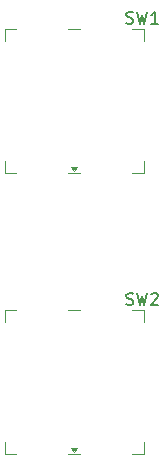
<source format=gto>
G04 #@! TF.GenerationSoftware,KiCad,Pcbnew,8.0.2-1.fc39*
G04 #@! TF.CreationDate,2024-06-01T14:36:52-04:00*
G04 #@! TF.ProjectId,KeychronQ9OrthoIntegrated,4b657963-6872-46f6-9e51-394f7274686f,rev?*
G04 #@! TF.SameCoordinates,Original*
G04 #@! TF.FileFunction,Legend,Top*
G04 #@! TF.FilePolarity,Positive*
%FSLAX46Y46*%
G04 Gerber Fmt 4.6, Leading zero omitted, Abs format (unit mm)*
G04 Created by KiCad (PCBNEW 8.0.2-1.fc39) date 2024-06-01 14:36:52*
%MOMM*%
%LPD*%
G01*
G04 APERTURE LIST*
%ADD10C,0.150000*%
%ADD11C,0.120000*%
%ADD12C,3.987800*%
%ADD13C,1.750000*%
%ADD14C,3.300000*%
%ADD15C,4.000000*%
%ADD16R,1.700000X1.700000*%
%ADD17O,1.700000X1.700000*%
G04 APERTURE END LIST*
D10*
X320329167Y-42619700D02*
X320472024Y-42667319D01*
X320472024Y-42667319D02*
X320710119Y-42667319D01*
X320710119Y-42667319D02*
X320805357Y-42619700D01*
X320805357Y-42619700D02*
X320852976Y-42572080D01*
X320852976Y-42572080D02*
X320900595Y-42476842D01*
X320900595Y-42476842D02*
X320900595Y-42381604D01*
X320900595Y-42381604D02*
X320852976Y-42286366D01*
X320852976Y-42286366D02*
X320805357Y-42238747D01*
X320805357Y-42238747D02*
X320710119Y-42191128D01*
X320710119Y-42191128D02*
X320519643Y-42143509D01*
X320519643Y-42143509D02*
X320424405Y-42095890D01*
X320424405Y-42095890D02*
X320376786Y-42048271D01*
X320376786Y-42048271D02*
X320329167Y-41953033D01*
X320329167Y-41953033D02*
X320329167Y-41857795D01*
X320329167Y-41857795D02*
X320376786Y-41762557D01*
X320376786Y-41762557D02*
X320424405Y-41714938D01*
X320424405Y-41714938D02*
X320519643Y-41667319D01*
X320519643Y-41667319D02*
X320757738Y-41667319D01*
X320757738Y-41667319D02*
X320900595Y-41714938D01*
X321233929Y-41667319D02*
X321472024Y-42667319D01*
X321472024Y-42667319D02*
X321662500Y-41953033D01*
X321662500Y-41953033D02*
X321852976Y-42667319D01*
X321852976Y-42667319D02*
X322091072Y-41667319D01*
X322424405Y-41762557D02*
X322472024Y-41714938D01*
X322472024Y-41714938D02*
X322567262Y-41667319D01*
X322567262Y-41667319D02*
X322805357Y-41667319D01*
X322805357Y-41667319D02*
X322900595Y-41714938D01*
X322900595Y-41714938D02*
X322948214Y-41762557D01*
X322948214Y-41762557D02*
X322995833Y-41857795D01*
X322995833Y-41857795D02*
X322995833Y-41953033D01*
X322995833Y-41953033D02*
X322948214Y-42095890D01*
X322948214Y-42095890D02*
X322376786Y-42667319D01*
X322376786Y-42667319D02*
X322995833Y-42667319D01*
X320329167Y-18807200D02*
X320472024Y-18854819D01*
X320472024Y-18854819D02*
X320710119Y-18854819D01*
X320710119Y-18854819D02*
X320805357Y-18807200D01*
X320805357Y-18807200D02*
X320852976Y-18759580D01*
X320852976Y-18759580D02*
X320900595Y-18664342D01*
X320900595Y-18664342D02*
X320900595Y-18569104D01*
X320900595Y-18569104D02*
X320852976Y-18473866D01*
X320852976Y-18473866D02*
X320805357Y-18426247D01*
X320805357Y-18426247D02*
X320710119Y-18378628D01*
X320710119Y-18378628D02*
X320519643Y-18331009D01*
X320519643Y-18331009D02*
X320424405Y-18283390D01*
X320424405Y-18283390D02*
X320376786Y-18235771D01*
X320376786Y-18235771D02*
X320329167Y-18140533D01*
X320329167Y-18140533D02*
X320329167Y-18045295D01*
X320329167Y-18045295D02*
X320376786Y-17950057D01*
X320376786Y-17950057D02*
X320424405Y-17902438D01*
X320424405Y-17902438D02*
X320519643Y-17854819D01*
X320519643Y-17854819D02*
X320757738Y-17854819D01*
X320757738Y-17854819D02*
X320900595Y-17902438D01*
X321233929Y-17854819D02*
X321472024Y-18854819D01*
X321472024Y-18854819D02*
X321662500Y-18140533D01*
X321662500Y-18140533D02*
X321852976Y-18854819D01*
X321852976Y-18854819D02*
X322091072Y-17854819D01*
X322995833Y-18854819D02*
X322424405Y-18854819D01*
X322710119Y-18854819D02*
X322710119Y-17854819D01*
X322710119Y-17854819D02*
X322614881Y-17997676D01*
X322614881Y-17997676D02*
X322519643Y-18092914D01*
X322519643Y-18092914D02*
X322424405Y-18140533D01*
D11*
G04 #@! TO.C,SW2*
X310012500Y-43112500D02*
X311012500Y-43112500D01*
X310012500Y-44112500D02*
X310012500Y-43112500D01*
X310012500Y-54312500D02*
X310012500Y-55312500D01*
X310012500Y-55312500D02*
X311012500Y-55312500D01*
X315412500Y-43112500D02*
X316412500Y-43112500D01*
X315412500Y-55312500D02*
X316412500Y-55312500D01*
X320812500Y-43112500D02*
X321812500Y-43112500D01*
X321812500Y-43112500D02*
X321812500Y-44112500D01*
X321812500Y-54312500D02*
X321812500Y-55312500D01*
X321812500Y-55312500D02*
X320812500Y-55312500D01*
X315912500Y-55110608D02*
X315672500Y-54780608D01*
X316152500Y-54780608D01*
X315912500Y-55110608D01*
G36*
X315912500Y-55110608D02*
G01*
X315672500Y-54780608D01*
X316152500Y-54780608D01*
X315912500Y-55110608D01*
G37*
G04 #@! TO.C,SW1*
X310012500Y-19300000D02*
X311012500Y-19300000D01*
X310012500Y-20300000D02*
X310012500Y-19300000D01*
X310012500Y-30500000D02*
X310012500Y-31500000D01*
X310012500Y-31500000D02*
X311012500Y-31500000D01*
X315412500Y-19300000D02*
X316412500Y-19300000D01*
X315412500Y-31500000D02*
X316412500Y-31500000D01*
X320812500Y-19300000D02*
X321812500Y-19300000D01*
X321812500Y-19300000D02*
X321812500Y-20300000D01*
X321812500Y-30500000D02*
X321812500Y-31500000D01*
X321812500Y-31500000D02*
X320812500Y-31500000D01*
X315912500Y-31298108D02*
X315672500Y-30968108D01*
X316152500Y-30968108D01*
X315912500Y-31298108D01*
G36*
X315912500Y-31298108D02*
G01*
X315672500Y-30968108D01*
X316152500Y-30968108D01*
X315912500Y-31298108D01*
G37*
G04 #@! TD*
%LPC*%
D12*
G04 #@! TO.C,S3*
X161131250Y-74295000D03*
X137318750Y-74295000D03*
G04 #@! TD*
G04 #@! TO.C,S4*
X275431042Y-74295000D03*
X251618542Y-74295000D03*
G04 #@! TD*
D13*
G04 #@! TO.C,MX54*
X125730000Y-82550000D03*
D12*
X120650000Y-82550000D03*
D13*
X115570000Y-82550000D03*
D14*
X116840000Y-80010000D03*
X123190000Y-77470000D03*
G04 #@! TD*
D13*
G04 #@! TO.C,MX9*
X182880000Y-25400000D03*
D12*
X177800000Y-25400000D03*
D13*
X172720000Y-25400000D03*
D14*
X173990000Y-22860000D03*
X180340000Y-20320000D03*
G04 #@! TD*
D13*
G04 #@! TO.C,MX37*
X106680000Y-63500000D03*
D12*
X101600000Y-63500000D03*
D13*
X96520000Y-63500000D03*
D14*
X97790000Y-60960000D03*
X104140000Y-58420000D03*
G04 #@! TD*
D13*
G04 #@! TO.C,MX20*
X87630000Y-44450000D03*
D12*
X82550000Y-44450000D03*
D13*
X77470000Y-44450000D03*
D14*
X78740000Y-41910000D03*
X85090000Y-39370000D03*
G04 #@! TD*
D13*
G04 #@! TO.C,MX49*
X49530000Y-82550000D03*
D12*
X44450000Y-82550000D03*
D13*
X39370000Y-82550000D03*
D14*
X40640000Y-80010000D03*
X46990000Y-77470000D03*
G04 #@! TD*
D13*
G04 #@! TO.C,MX36*
X87630000Y-63500000D03*
D12*
X82550000Y-63500000D03*
D13*
X77470000Y-63500000D03*
D14*
X78740000Y-60960000D03*
X85090000Y-58420000D03*
G04 #@! TD*
D13*
G04 #@! TO.C,MX16*
X320992500Y-25400000D03*
D12*
X315912500Y-25400000D03*
D13*
X310832500Y-25400000D03*
D14*
X312102500Y-22860000D03*
X318452500Y-20320000D03*
G04 #@! TD*
D13*
G04 #@! TO.C,MX5*
X106680000Y-25400000D03*
D12*
X101600000Y-25400000D03*
D13*
X96520000Y-25400000D03*
D14*
X97790000Y-22860000D03*
X104140000Y-20320000D03*
G04 #@! TD*
D13*
G04 #@! TO.C,MX35*
X68580000Y-63500000D03*
D12*
X63500000Y-63500000D03*
D13*
X58420000Y-63500000D03*
D14*
X59690000Y-60960000D03*
X66040000Y-58420000D03*
G04 #@! TD*
D13*
G04 #@! TO.C,MX59*
X220980000Y-82550000D03*
D12*
X215900000Y-82550000D03*
D13*
X210820000Y-82550000D03*
D14*
X212090000Y-80010000D03*
X218440000Y-77470000D03*
G04 #@! TD*
D13*
G04 #@! TO.C,MX30*
X278130000Y-44450000D03*
D12*
X273050000Y-44450000D03*
D13*
X267970000Y-44450000D03*
D14*
X269240000Y-41910000D03*
X275590000Y-39370000D03*
G04 #@! TD*
D13*
G04 #@! TO.C,MX44*
X240030000Y-63500000D03*
D12*
X234950000Y-63500000D03*
D13*
X229870000Y-63500000D03*
D14*
X231140000Y-60960000D03*
X237490000Y-58420000D03*
G04 #@! TD*
D13*
G04 #@! TO.C,MX50*
X68580000Y-82550000D03*
D12*
X63500000Y-82550000D03*
D13*
X58420000Y-82550000D03*
D14*
X59690000Y-80010000D03*
X66040000Y-77470000D03*
G04 #@! TD*
D13*
G04 #@! TO.C,MX56*
X163830000Y-82550000D03*
D12*
X158750000Y-82550000D03*
D13*
X153670000Y-82550000D03*
D14*
X154940000Y-80010000D03*
X161290000Y-77470000D03*
G04 #@! TD*
D13*
G04 #@! TO.C,MX47*
X297180000Y-63500000D03*
D12*
X292100000Y-63500000D03*
D13*
X287020000Y-63500000D03*
D14*
X288290000Y-60960000D03*
X294640000Y-58420000D03*
G04 #@! TD*
D13*
G04 #@! TO.C,MX42*
X201930000Y-63500000D03*
D12*
X196850000Y-63500000D03*
D13*
X191770000Y-63500000D03*
D14*
X193040000Y-60960000D03*
X199390000Y-58420000D03*
G04 #@! TD*
D13*
G04 #@! TO.C,MX1*
X30480000Y-25400000D03*
D12*
X25400000Y-25400000D03*
D13*
X20320000Y-25400000D03*
D14*
X21590000Y-22860000D03*
X27940000Y-20320000D03*
G04 #@! TD*
D13*
G04 #@! TO.C,MX65*
X316230000Y-82550000D03*
D12*
X311150000Y-82550000D03*
D13*
X306070000Y-82550000D03*
D14*
X307340000Y-80010000D03*
X313690000Y-77470000D03*
G04 #@! TD*
D13*
G04 #@! TO.C,MX40*
X163830000Y-63500000D03*
D12*
X158750000Y-63500000D03*
D13*
X153670000Y-63500000D03*
D14*
X154940000Y-60960000D03*
X161290000Y-58420000D03*
G04 #@! TD*
D13*
G04 #@! TO.C,MX28*
X240030000Y-44450000D03*
D12*
X234950000Y-44450000D03*
D13*
X229870000Y-44450000D03*
D14*
X231140000Y-41910000D03*
X237490000Y-39370000D03*
G04 #@! TD*
D13*
G04 #@! TO.C,MX67*
X258444793Y-82550000D03*
D12*
X263524792Y-82550000D03*
D13*
X268604791Y-82550000D03*
D14*
X267334792Y-85090000D03*
X260984792Y-87630000D03*
G04 #@! TD*
D13*
G04 #@! TO.C,MX63*
X278130000Y-82550000D03*
D12*
X273050000Y-82550000D03*
D13*
X267970000Y-82550000D03*
D14*
X269240000Y-80010000D03*
X275590000Y-77470000D03*
G04 #@! TD*
D13*
G04 #@! TO.C,MX19*
X68580000Y-44450000D03*
D12*
X63500000Y-44450000D03*
D13*
X58420000Y-44450000D03*
D14*
X59690000Y-41910000D03*
X66040000Y-39370000D03*
G04 #@! TD*
D12*
G04 #@! TO.C,S5*
X194468749Y-74295000D03*
D15*
X194468750Y-89535000D03*
X218281250Y-89535000D03*
D12*
X218281251Y-74295000D03*
G04 #@! TD*
D13*
G04 #@! TO.C,MX51*
X87630000Y-82550000D03*
D12*
X82550000Y-82550000D03*
D13*
X77470000Y-82550000D03*
D14*
X78740000Y-80010000D03*
X85090000Y-77470000D03*
G04 #@! TD*
D12*
G04 #@! TO.C,S2*
X213518750Y-74295000D03*
D15*
X213518750Y-89535000D03*
D12*
X237331250Y-74295000D03*
D15*
X237331250Y-89535000D03*
G04 #@! TD*
D13*
G04 #@! TO.C,MX31*
X297180000Y-44450000D03*
D12*
X292100000Y-44450000D03*
D13*
X287020000Y-44450000D03*
D14*
X288290000Y-41910000D03*
X294640000Y-39370000D03*
G04 #@! TD*
D13*
G04 #@! TO.C,MX10*
X201930000Y-25400000D03*
D12*
X196850000Y-25400000D03*
D13*
X191770000Y-25400000D03*
D14*
X193040000Y-22860000D03*
X199390000Y-20320000D03*
G04 #@! TD*
D13*
G04 #@! TO.C,MX12*
X240030000Y-25400000D03*
D12*
X234950000Y-25400000D03*
D13*
X229870000Y-25400000D03*
D14*
X231140000Y-22860000D03*
X237490000Y-20320000D03*
G04 #@! TD*
D13*
G04 #@! TO.C,MX23*
X144780000Y-44450000D03*
D12*
X139700000Y-44450000D03*
D13*
X134620000Y-44450000D03*
D14*
X135890000Y-41910000D03*
X142240000Y-39370000D03*
G04 #@! TD*
D13*
G04 #@! TO.C,MX17*
X30480000Y-44450000D03*
D12*
X25400000Y-44450000D03*
D13*
X20320000Y-44450000D03*
D14*
X21590000Y-41910000D03*
X27940000Y-39370000D03*
G04 #@! TD*
D13*
G04 #@! TO.C,MX24*
X163830000Y-44450000D03*
D12*
X158750000Y-44450000D03*
D13*
X153670000Y-44450000D03*
D14*
X154940000Y-41910000D03*
X161290000Y-39370000D03*
G04 #@! TD*
D13*
G04 #@! TO.C,MX27*
X220980000Y-44450000D03*
D12*
X215900000Y-44450000D03*
D13*
X210820000Y-44450000D03*
D14*
X212090000Y-41910000D03*
X218440000Y-39370000D03*
G04 #@! TD*
D13*
G04 #@! TO.C,MX26*
X201930000Y-44450000D03*
D12*
X196850000Y-44450000D03*
D13*
X191770000Y-44450000D03*
D14*
X193040000Y-41910000D03*
X199390000Y-39370000D03*
G04 #@! TD*
D13*
G04 #@! TO.C,MX13*
X259080000Y-25400000D03*
D12*
X254000000Y-25400000D03*
D13*
X248920000Y-25400000D03*
D14*
X250190000Y-22860000D03*
X256540000Y-20320000D03*
G04 #@! TD*
D13*
G04 #@! TO.C,MX53*
X106045000Y-82550000D03*
D12*
X111125000Y-82550000D03*
D13*
X116205000Y-82550000D03*
D14*
X114935000Y-85090000D03*
X108585000Y-87630000D03*
G04 #@! TD*
D13*
G04 #@! TO.C,MX62*
X259080000Y-82550000D03*
D12*
X254000000Y-82550000D03*
D13*
X248920000Y-82550000D03*
D14*
X250190000Y-80010000D03*
X256540000Y-77470000D03*
G04 #@! TD*
D13*
G04 #@! TO.C,MX4*
X87630000Y-25400000D03*
D12*
X82550000Y-25400000D03*
D13*
X77470000Y-25400000D03*
D14*
X78740000Y-22860000D03*
X85090000Y-20320000D03*
G04 #@! TD*
D13*
G04 #@! TO.C,MX43*
X220980000Y-63500000D03*
D12*
X215900000Y-63500000D03*
D13*
X210820000Y-63500000D03*
D14*
X212090000Y-60960000D03*
X218440000Y-58420000D03*
G04 #@! TD*
D13*
G04 #@! TO.C,MX52*
X106680000Y-82550000D03*
D12*
X101600000Y-82550000D03*
D13*
X96520000Y-82550000D03*
D14*
X97790000Y-80010000D03*
X104140000Y-77470000D03*
G04 #@! TD*
D13*
G04 #@! TO.C,MX41*
X182880000Y-63500000D03*
D12*
X177800000Y-63500000D03*
D13*
X172720000Y-63500000D03*
D14*
X173990000Y-60960000D03*
X180340000Y-58420000D03*
G04 #@! TD*
D13*
G04 #@! TO.C,MX15*
X297180000Y-25400000D03*
D12*
X292100000Y-25400000D03*
D13*
X287020000Y-25400000D03*
D14*
X288290000Y-22860000D03*
X294640000Y-20320000D03*
G04 #@! TD*
D13*
G04 #@! TO.C,MX57*
X182880000Y-82550000D03*
D12*
X177800000Y-82550000D03*
D13*
X172720000Y-82550000D03*
D14*
X173990000Y-80010000D03*
X180340000Y-77470000D03*
G04 #@! TD*
D13*
G04 #@! TO.C,MX38*
X125730000Y-63500000D03*
D12*
X120650000Y-63500000D03*
D13*
X115570000Y-63500000D03*
D14*
X116840000Y-60960000D03*
X123190000Y-58420000D03*
G04 #@! TD*
D13*
G04 #@! TO.C,MX66*
X144145001Y-82550000D03*
D12*
X149225000Y-82550000D03*
D13*
X154304999Y-82550000D03*
D14*
X153035000Y-85090000D03*
X146685000Y-87630000D03*
G04 #@! TD*
D13*
G04 #@! TO.C,MX14*
X278130000Y-25400000D03*
D12*
X273050000Y-25400000D03*
D13*
X267970000Y-25400000D03*
D14*
X269240000Y-22860000D03*
X275590000Y-20320000D03*
G04 #@! TD*
D13*
G04 #@! TO.C,MX11*
X220980000Y-25400000D03*
D12*
X215900000Y-25400000D03*
D13*
X210820000Y-25400000D03*
D14*
X212090000Y-22860000D03*
X218440000Y-20320000D03*
G04 #@! TD*
D13*
G04 #@! TO.C,MX48*
X30480000Y-82550000D03*
D12*
X25400000Y-82550000D03*
D13*
X20320000Y-82550000D03*
D14*
X21590000Y-80010000D03*
X27940000Y-77470000D03*
G04 #@! TD*
D13*
G04 #@! TO.C,MX21*
X106680000Y-44450000D03*
D12*
X101600000Y-44450000D03*
D13*
X96520000Y-44450000D03*
D14*
X97790000Y-41910000D03*
X104140000Y-39370000D03*
G04 #@! TD*
D13*
G04 #@! TO.C,MX25*
X182880000Y-44450000D03*
D12*
X177800000Y-44450000D03*
D13*
X172720000Y-44450000D03*
D14*
X173990000Y-41910000D03*
X180340000Y-39370000D03*
G04 #@! TD*
D13*
G04 #@! TO.C,MX32*
X320992500Y-49212500D03*
D12*
X315912500Y-49212500D03*
D13*
X310832500Y-49212500D03*
D14*
X312102500Y-46672500D03*
X318452500Y-44132500D03*
G04 #@! TD*
D13*
G04 #@! TO.C,MX22*
X125730000Y-44450000D03*
D12*
X120650000Y-44450000D03*
D13*
X115570000Y-44450000D03*
D14*
X116840000Y-41910000D03*
X123190000Y-39370000D03*
G04 #@! TD*
D13*
G04 #@! TO.C,MX46*
X278130000Y-63500000D03*
D12*
X273050000Y-63500000D03*
D13*
X267970000Y-63500000D03*
D14*
X269240000Y-60960000D03*
X275590000Y-58420000D03*
G04 #@! TD*
D13*
G04 #@! TO.C,MX39*
X144780000Y-63500000D03*
D12*
X139700000Y-63500000D03*
D13*
X134620000Y-63500000D03*
D14*
X135890000Y-60960000D03*
X142240000Y-58420000D03*
G04 #@! TD*
D13*
G04 #@! TO.C,MX29*
X259080000Y-44450000D03*
D12*
X254000000Y-44450000D03*
D13*
X248920000Y-44450000D03*
D14*
X250190000Y-41910000D03*
X256540000Y-39370000D03*
G04 #@! TD*
D13*
G04 #@! TO.C,MX61*
X240030000Y-82550000D03*
D12*
X234950000Y-82550000D03*
D13*
X229870000Y-82550000D03*
D14*
X231140000Y-80010000D03*
X237490000Y-77470000D03*
G04 #@! TD*
D13*
G04 #@! TO.C,MX33*
X30480000Y-63500000D03*
D12*
X25400000Y-63500000D03*
D13*
X20320000Y-63500000D03*
D14*
X21590000Y-60960000D03*
X27940000Y-58420000D03*
G04 #@! TD*
D13*
G04 #@! TO.C,MX34*
X49530000Y-63500000D03*
D12*
X44450000Y-63500000D03*
D13*
X39370000Y-63500000D03*
D14*
X40640000Y-60960000D03*
X46990000Y-58420000D03*
G04 #@! TD*
D12*
G04 #@! TO.C,S1*
X99218750Y-74295000D03*
D15*
X99218750Y-89535000D03*
D12*
X123031250Y-74295000D03*
D15*
X123031250Y-89535000D03*
G04 #@! TD*
D16*
G04 #@! TO.C,J3*
X296584432Y-89892112D03*
D17*
X299124432Y-89892112D03*
X301664432Y-89892112D03*
X304204432Y-89892112D03*
X306744432Y-89892112D03*
G04 #@! TD*
D13*
G04 #@! TO.C,MX45*
X259080000Y-63500000D03*
D12*
X254000000Y-63500000D03*
D13*
X248920000Y-63500000D03*
D14*
X250190000Y-60960000D03*
X256540000Y-58420000D03*
G04 #@! TD*
D13*
G04 #@! TO.C,MX68*
X201295001Y-82550000D03*
D12*
X206375000Y-82550000D03*
D13*
X211454999Y-82550000D03*
D14*
X210185000Y-85090000D03*
X203835000Y-87630000D03*
G04 #@! TD*
D13*
G04 #@! TO.C,MX64*
X297180000Y-82550000D03*
D12*
X292100000Y-82550000D03*
D13*
X287020000Y-82550000D03*
D14*
X288290000Y-80010000D03*
X294640000Y-77470000D03*
G04 #@! TD*
D13*
G04 #@! TO.C,MX18*
X49530000Y-44450000D03*
D12*
X44450000Y-44450000D03*
D13*
X39370000Y-44450000D03*
D14*
X40640000Y-41910000D03*
X46990000Y-39370000D03*
G04 #@! TD*
D13*
G04 #@! TO.C,MX55*
X144780000Y-82550000D03*
D12*
X139700000Y-82550000D03*
D13*
X134620000Y-82550000D03*
D14*
X135890000Y-80010000D03*
X142240000Y-77470000D03*
G04 #@! TD*
D13*
G04 #@! TO.C,MX60*
X220345000Y-82550000D03*
D12*
X225425000Y-82550000D03*
D13*
X230505000Y-82550000D03*
D14*
X229235000Y-85090000D03*
X222885000Y-87630000D03*
G04 #@! TD*
D13*
G04 #@! TO.C,MX2*
X49530000Y-25400000D03*
D12*
X44450000Y-25400000D03*
D13*
X39370000Y-25400000D03*
D14*
X40640000Y-22860000D03*
X46990000Y-20320000D03*
G04 #@! TD*
D13*
G04 #@! TO.C,MX58*
X201930000Y-82550000D03*
D12*
X196850000Y-82550000D03*
D13*
X191770000Y-82550000D03*
D14*
X193040000Y-80010000D03*
X199390000Y-77470000D03*
G04 #@! TD*
D13*
G04 #@! TO.C,MX6*
X125730000Y-25400000D03*
D12*
X120650000Y-25400000D03*
D13*
X115570000Y-25400000D03*
D14*
X116840000Y-22860000D03*
X123190000Y-20320000D03*
G04 #@! TD*
D13*
G04 #@! TO.C,MX8*
X163830000Y-25400000D03*
D12*
X158750000Y-25400000D03*
D13*
X153670000Y-25400000D03*
D14*
X154940000Y-22860000D03*
X161290000Y-20320000D03*
G04 #@! TD*
D13*
G04 #@! TO.C,MX7*
X144780000Y-25400000D03*
D12*
X139700000Y-25400000D03*
D13*
X134620000Y-25400000D03*
D14*
X135890000Y-22860000D03*
X142240000Y-20320000D03*
G04 #@! TD*
D13*
G04 #@! TO.C,MX3*
X68580000Y-25400000D03*
D12*
X63500000Y-25400000D03*
D13*
X58420000Y-25400000D03*
D14*
X59690000Y-22860000D03*
X66040000Y-20320000D03*
G04 #@! TD*
%LPD*%
M02*

</source>
